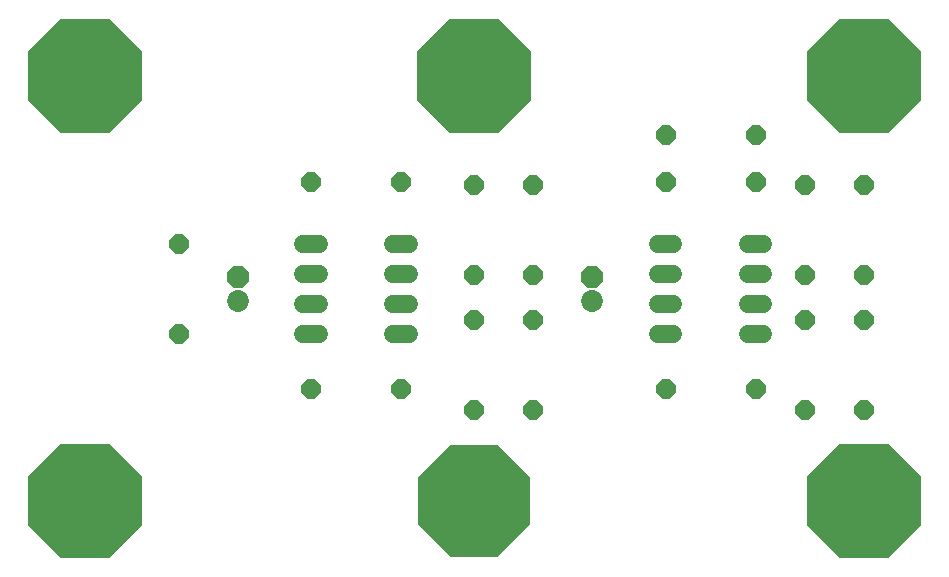
<source format=gbr>
G75*
%MOIN*%
%OFA0B0*%
%FSLAX25Y25*%
%IPPOS*%
%LPD*%
%AMOC8*
5,1,8,0,0,1.08239X$1,22.5*
%
%ADD10OC8,0.07296*%
%ADD11C,0.07296*%
%ADD12C,0.06000*%
%ADD13OC8,0.06400*%
%ADD14OC8,0.38202*%
%ADD15OC8,0.37414*%
D10*
X0085277Y0108962D03*
X0203387Y0108962D03*
D11*
X0203387Y0100962D03*
X0085277Y0100962D03*
D12*
X0107047Y0099962D02*
X0112247Y0099962D01*
X0112247Y0089962D02*
X0107047Y0089962D01*
X0137047Y0089962D02*
X0142247Y0089962D01*
X0142247Y0099962D02*
X0137047Y0099962D01*
X0137047Y0109962D02*
X0142247Y0109962D01*
X0142247Y0119962D02*
X0137047Y0119962D01*
X0112247Y0119962D02*
X0107047Y0119962D01*
X0107047Y0109962D02*
X0112247Y0109962D01*
X0225157Y0109962D02*
X0230357Y0109962D01*
X0230357Y0119962D02*
X0225157Y0119962D01*
X0225157Y0099962D02*
X0230357Y0099962D01*
X0230357Y0089962D02*
X0225157Y0089962D01*
X0255157Y0089962D02*
X0260357Y0089962D01*
X0260357Y0099962D02*
X0255157Y0099962D01*
X0255157Y0109962D02*
X0260357Y0109962D01*
X0260357Y0119962D02*
X0255157Y0119962D01*
D13*
X0274254Y0109647D03*
X0293939Y0109647D03*
X0293939Y0094372D03*
X0274254Y0094372D03*
X0257757Y0071498D03*
X0274254Y0064372D03*
X0293939Y0064372D03*
X0227757Y0071498D03*
X0183702Y0064372D03*
X0164017Y0064372D03*
X0139647Y0071498D03*
X0109647Y0071498D03*
X0065592Y0089962D03*
X0065592Y0119962D03*
X0109647Y0140395D03*
X0139647Y0140395D03*
X0164017Y0139647D03*
X0183702Y0139647D03*
X0227757Y0140395D03*
X0227757Y0156143D03*
X0257757Y0156143D03*
X0257757Y0140395D03*
X0274254Y0139647D03*
X0293939Y0139647D03*
X0183702Y0109647D03*
X0164017Y0109647D03*
X0164017Y0094372D03*
X0183702Y0094372D03*
D14*
X0034096Y0034096D03*
X0034096Y0175828D03*
X0164017Y0175828D03*
X0293939Y0175828D03*
X0293939Y0034096D03*
D15*
X0164017Y0034096D03*
M02*

</source>
